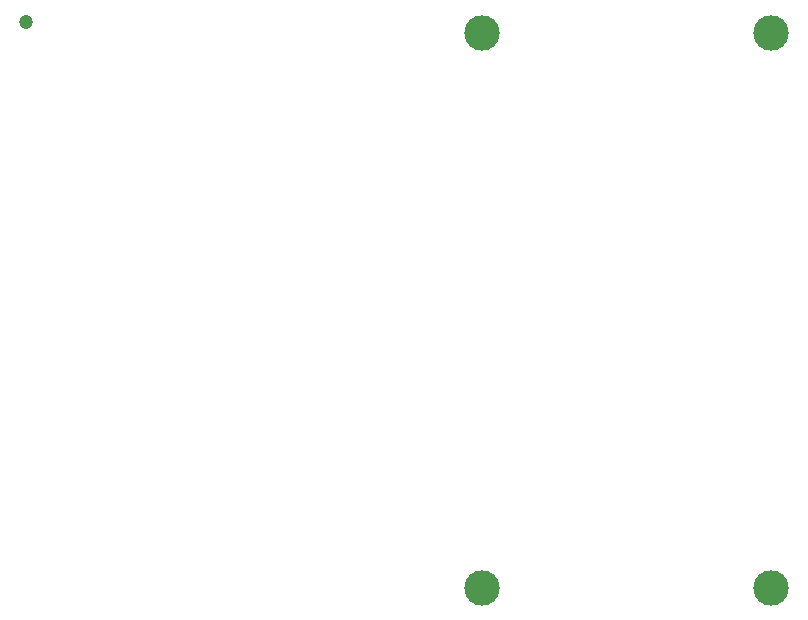
<source format=gbr>
%TF.GenerationSoftware,KiCad,Pcbnew,9.0.4*%
%TF.CreationDate,2025-11-05T17:19:53+05:30*%
%TF.ProjectId,BikeSSv3,42696b65-5353-4763-932e-6b696361645f,rev?*%
%TF.SameCoordinates,Original*%
%TF.FileFunction,NonPlated,1,2,NPTH,Drill*%
%TF.FilePolarity,Positive*%
%FSLAX46Y46*%
G04 Gerber Fmt 4.6, Leading zero omitted, Abs format (unit mm)*
G04 Created by KiCad (PCBNEW 9.0.4) date 2025-11-05 17:19:53*
%MOMM*%
%LPD*%
G01*
G04 APERTURE LIST*
%TA.AperFunction,ComponentDrill*%
%ADD10C,1.200000*%
%TD*%
%TA.AperFunction,ComponentDrill*%
%ADD11C,3.000000*%
%TD*%
G04 APERTURE END LIST*
D10*
%TO.C,J101*%
X195053674Y-89600000D03*
D11*
%TO.C,U101*%
X233600000Y-90525000D03*
X233600000Y-137475000D03*
X258110000Y-90525000D03*
X258110000Y-137475000D03*
M02*

</source>
